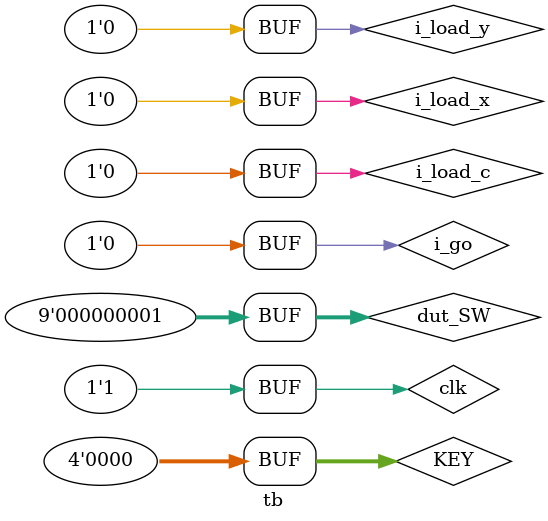
<source format=sv>
`timescale 1ns/1ns
module tb();

	logic clk;
	//initial clk = 1'b0;     // Clock starts at 0
	//always #10 clk = ~clk;  // Wait 10ns, flip the clock, repeat forever

	logic [8:0] dut_SW; 
	logic [3:0] KEY;
	logic [8:0] o_x0, o_x1;
	logic [7:0] o_y0, o_y1;
	logic [2:0] o_colour;
	
logic i_load_x, i_load_y, i_load_c, i_go;
logic o_load_x, o_load_y, o_load_c, o_go, o_init, o_update_coords;

assign i_load_x = KEY[0];
assign i_load_y = KEY[1];
assign i_load_c = KEY[2];
assign i_go = KEY[3];

	
	//instantiate the module to be tested
UI_control control
(
	.clk(clk),
	.i_load_x(i_load_x),
	.i_load_y(i_load_y),
	.i_load_c(i_load_c),
	.i_go(i_go),
	.o_load_x(o_load_x),
	.o_load_y(o_load_y),
	.o_load_c(o_load_c),
	.o_go(o_go),
	.o_init(o_init),
	.o_update_coords(o_update_coords)
	
);

UI_datapath data
(
	.clk(clk),
	.SW(dut_SW[8:0]),
	.i_load_x(o_load_x),
	.i_load_y(o_load_y),
	.i_load_c(o_load_c),
	.i_go(o_go),
	.i_init(o_init),
	.i_update_coords(o_update_coords),
	.o_start(o_start),
	.o_x0(o_x0),
	.o_y0(o_y0),
	.o_x1(o_x1),
	.o_y1(o_y1),
	.o_colour(o_colour)
);

	
	
	always 
	begin 
		clk <= 0;
		#25;
		clk <= 1;
		#25;
	end
	
	initial 
	begin
		KEY[3:0] = 3'b0;
		dut_SW[8:0] <= 9'b1;
		#50;
		KEY[0] <= 1;
		#50;
		
		KEY[0] = 0;
		#50;
		
		dut_SW[8:0] <= 9'b10;
		#50;
		KEY[1] <= 1;
		#50;
		
		KEY[1] = 0;
		#50;
		
		dut_SW[2:0] <= 3'b1;
		#50;
		KEY[2] <= 1;
		#50;
		
		KEY[2] = 0;
		#50;
		
		KEY[3] <= 1;
		#50;
		
		KEY[3] <= 0;
		#50;		
		
		

		dut_SW[8:0] <= 9'b11;
		#50;
		KEY[0] <= 1;
		#50;
		
		KEY[0] = 0;
		#50;
		
		dut_SW[8:0] <= 9'b10;
		#50;
		KEY[1] <= 1;
		#50;
		
		KEY[1] = 0;
		#50;
		
		dut_SW[2:0] <= 3'b1;
		#50;
		KEY[2] <= 1;
		#50;
		
		KEY[2] = 0;
		#50;
		
		KEY[3] <= 1;
		#50;
		
		KEY[3] <= 0;
		#50;
	end
endmodule

	
</source>
